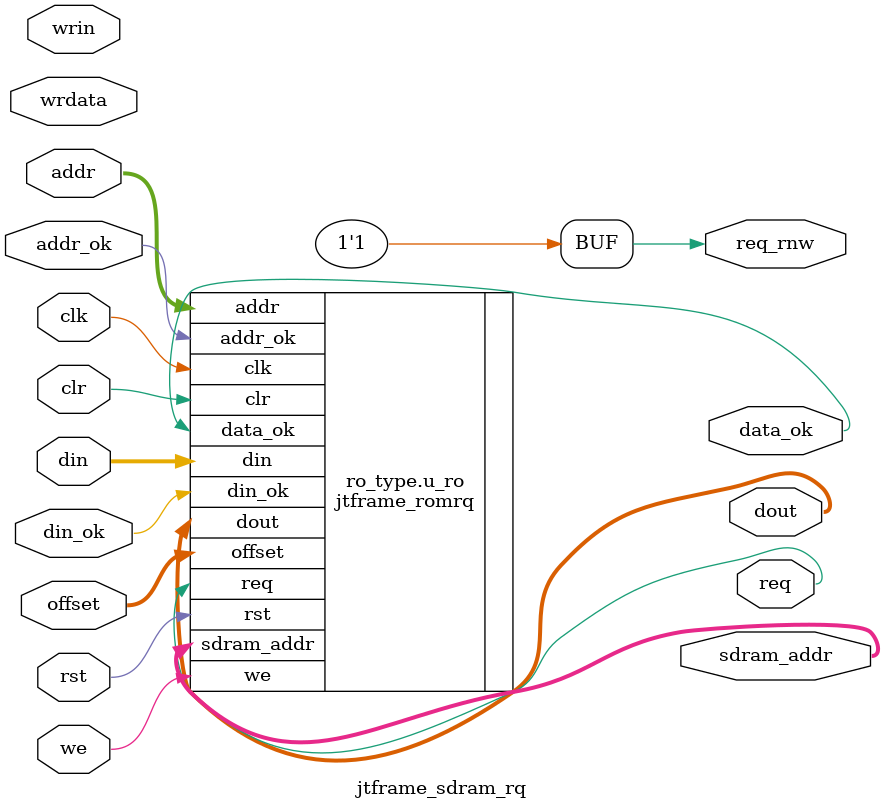
<source format=v>
/*  This file is part of JTFRAME.
    JTFRAME program is free software: you can redistribute it and/or modify
    it under the terms of the GNU General Public License as published by
    the Free Software Foundation, either version 3 of the License, or
    (at your option) any later version.

    JTFRAME program is distributed in the hope that it will be useful,
    but WITHOUT ANY WARRANTY; without even the implied warranty of
    MERCHANTABILITY or FITNESS FOR A PARTICULAR PURPOSE.  See the
    GNU General Public License for more details.

    You should have received a copy of the GNU General Public License
    along with JTFRAME.  If not, see <http://www.gnu.org/licenses/>.

    Author: Jose Tejada Gomez. Twitter: @topapate
    Version: 1.0
    Date: 28-2-2019 */

// Three types of slots:
// 0 = read only    ( default )
// 1 = write only
// 2 = R/W

module jtframe_sdram_rq #(parameter AW=18, DW=8, TYPE=0)(
    input               rst,
    input               clk,
    input               clr,
    input [AW-1:0]      addr,
    input [  21:0]      offset,     // It is not supposed to change during game play
    input               addr_ok,    // signals that value in addr is valid
    input [31:0]        din,        // data read from SDRAM
    input               din_ok,
    input               wrin,
    input               we,
    output              req,
    output              req_rnw,
    output              data_ok,    // strobe that signals that data is ready
    output     [21:0]   sdram_addr,
    input    [DW-1:0]   wrdata,
    output   [DW-1:0]   dout        // sends SDRAM data back to requester
);


generate

////////////////////////////////////////////////////////////
/////// read/write type
/////// simple pass through
/////// It requires addr_ok signal to toggle for each request
////////////////////////////////////////////////////////////
if( TYPE==2 ) begin : rw_type
    jtframe_ram_rq #(.AW(AW), .DW(DW) ) u_rw(
        .rst        ( rst           ),
        .clk        ( clk           ),
        .addr       ( addr          ),
        .offset     ( offset        ),     // It is not supposed to change during game play
        .addr_ok    ( addr_ok       ),    // signals that value in addr is valid
        .din        ( din           ),        // data read from SDRAM
        .din_ok     ( din_ok        ),
        .wrin       ( wrin          ),
        .we         ( we            ),
        .req        ( req           ),
        .req_rnw    ( req_rnw       ),
        .data_ok    ( data_ok       ),    // strobe that signals that data is ready
        .sdram_addr ( sdram_addr    ),
        .wrdata     ( wrdata        ),
        .dout       ( dout          )        // sends SDRAM data back to requester
    );
end

////////////////////////////////////////////////////////////
/////// read only type
////////////////////////////////////////////////////////////
if( TYPE==0) begin : ro_type

    assign req_rnw = 1'b1;

    jtframe_romrq #(.AW(AW),.DW(DW) )u_ro(
        .rst        ( rst       ),
        .clk        ( clk       ),
        .clr        ( clr       ),
        .offset     ( offset    ),
        .addr       ( addr      ),
        .addr_ok    ( addr_ok   ),    // signals that value in addr is valid
        .din        ( din       ),
        .din_ok     ( din_ok    ),
        .we         ( we        ),
        .req        ( req       ),
        .data_ok    ( data_ok   ),    // strobe that signals that data is ready
        .sdram_addr ( sdram_addr),
        .dout       ( dout      )
    );
end

endgenerate

endmodule // jtframe_romrq
</source>
